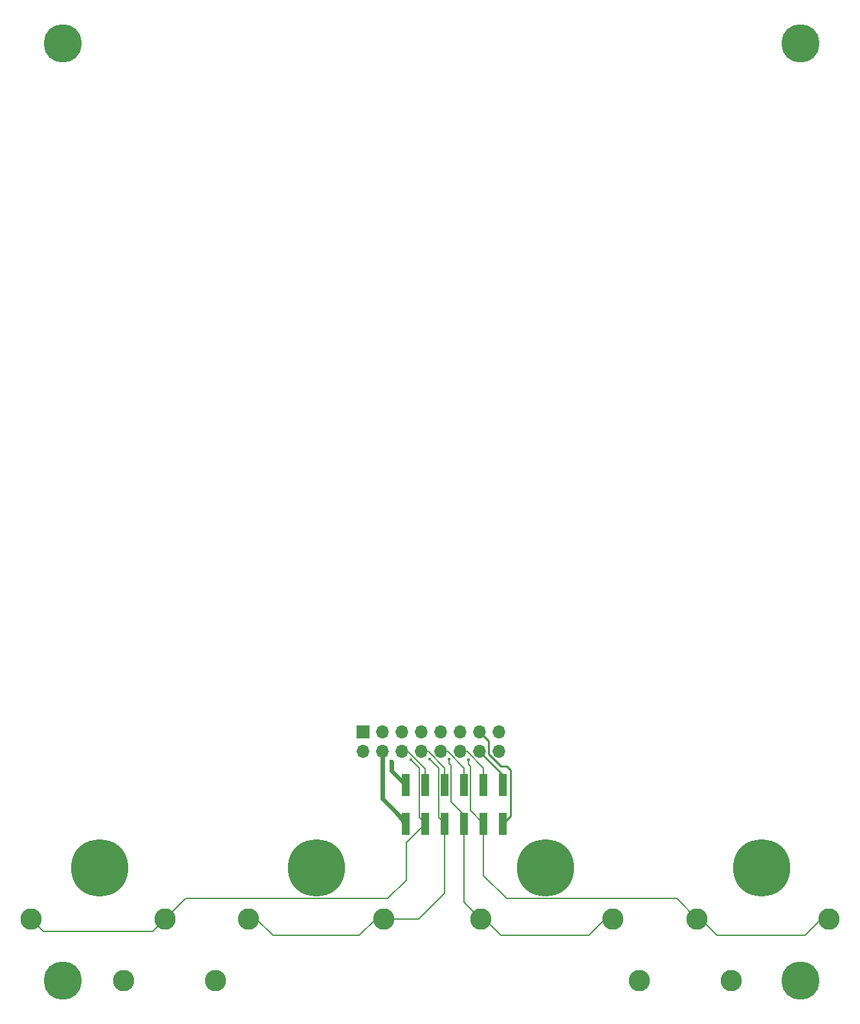
<source format=gbr>
G04 #@! TF.GenerationSoftware,KiCad,Pcbnew,8.0.8*
G04 #@! TF.CreationDate,2025-07-22T13:56:33-07:00*
G04 #@! TF.ProjectId,PBJ_EU,50424a5f-4555-42e6-9b69-6361645f7063,10.4*
G04 #@! TF.SameCoordinates,Original*
G04 #@! TF.FileFunction,Copper,L2,Bot*
G04 #@! TF.FilePolarity,Positive*
%FSLAX46Y46*%
G04 Gerber Fmt 4.6, Leading zero omitted, Abs format (unit mm)*
G04 Created by KiCad (PCBNEW 8.0.8) date 2025-07-22 13:56:33*
%MOMM*%
%LPD*%
G01*
G04 APERTURE LIST*
G04 #@! TA.AperFunction,ComponentPad*
%ADD10C,5.000000*%
G04 #@! TD*
G04 #@! TA.AperFunction,ComponentPad*
%ADD11C,2.800000*%
G04 #@! TD*
G04 #@! TA.AperFunction,ComponentPad*
%ADD12C,7.500000*%
G04 #@! TD*
G04 #@! TA.AperFunction,ComponentPad*
%ADD13R,1.700000X1.700000*%
G04 #@! TD*
G04 #@! TA.AperFunction,ComponentPad*
%ADD14O,1.700000X1.700000*%
G04 #@! TD*
G04 #@! TA.AperFunction,SMDPad,CuDef*
%ADD15R,1.000000X3.000000*%
G04 #@! TD*
G04 #@! TA.AperFunction,ViaPad*
%ADD16C,0.400000*%
G04 #@! TD*
G04 #@! TA.AperFunction,ViaPad*
%ADD17C,0.600000*%
G04 #@! TD*
G04 #@! TA.AperFunction,Conductor*
%ADD18C,0.200000*%
G04 #@! TD*
G04 #@! TA.AperFunction,Conductor*
%ADD19C,0.600000*%
G04 #@! TD*
G04 #@! TA.AperFunction,Conductor*
%ADD20C,0.250000*%
G04 #@! TD*
G04 APERTURE END LIST*
D10*
X47500000Y-155500000D03*
X144020000Y-155500000D03*
X144020000Y-33000000D03*
X47500000Y-33000000D03*
D11*
X60950000Y-147450000D03*
X119500000Y-147450000D03*
X130500000Y-147450000D03*
X147800000Y-147450000D03*
X43400000Y-147450000D03*
X102200000Y-147450000D03*
D12*
X52400000Y-140750000D03*
X139000000Y-140750000D03*
X110700000Y-140750000D03*
D13*
X86800000Y-123000000D03*
D14*
X86800000Y-125540000D03*
X89340000Y-123000000D03*
X89340000Y-125540000D03*
X91880000Y-123000000D03*
X91880000Y-125540000D03*
X94420000Y-123000000D03*
X94420000Y-125540000D03*
X96960000Y-123000000D03*
X96960000Y-125540000D03*
X99500000Y-123000000D03*
X99500000Y-125540000D03*
X102040000Y-123000000D03*
X102040000Y-125540000D03*
X104580000Y-123000000D03*
X104580000Y-125540000D03*
D11*
X123000000Y-155500000D03*
X135000000Y-155500000D03*
D12*
X80700000Y-140750000D03*
D11*
X55500000Y-155500000D03*
X89500000Y-147450000D03*
X67500000Y-155500000D03*
X71870000Y-147450000D03*
D15*
X92440000Y-134990000D03*
X92440000Y-129950000D03*
X94980000Y-134990000D03*
X94980000Y-129950000D03*
X97520000Y-134990000D03*
X97520000Y-129950000D03*
X100060000Y-134990000D03*
X100060000Y-129950000D03*
X102600000Y-134990000D03*
X102600000Y-129950000D03*
X105140000Y-134990000D03*
X105140000Y-129950000D03*
D16*
X93050000Y-126610000D03*
X95570000Y-126600000D03*
X98110000Y-126600000D03*
X100650000Y-126610000D03*
D17*
X90570000Y-126890000D03*
D18*
X45010000Y-149060000D02*
X59340000Y-149060000D01*
X93050000Y-126610000D02*
X94180000Y-127740000D01*
X92470000Y-137500000D02*
X92470000Y-142370000D01*
X90040000Y-144800000D02*
X63600000Y-144800000D01*
X92470000Y-137500000D02*
X94980000Y-134990000D01*
X43400000Y-147450000D02*
X45010000Y-149060000D01*
X59340000Y-149060000D02*
X60950000Y-147450000D01*
X63600000Y-144800000D02*
X60950000Y-147450000D01*
X94180000Y-127740000D02*
X94180000Y-134190000D01*
X94180000Y-134190000D02*
X94980000Y-134990000D01*
X92470000Y-142370000D02*
X90040000Y-144800000D01*
X75026000Y-149606000D02*
X86344000Y-149606000D01*
X97520000Y-134990000D02*
X97520000Y-144056777D01*
X72870000Y-147450000D02*
X75026000Y-149606000D01*
X94126777Y-147450000D02*
X89500000Y-147450000D01*
X95570000Y-126600000D02*
X96720000Y-127750000D01*
X97520000Y-144056777D02*
X94126777Y-147450000D01*
X86344000Y-149606000D02*
X88500000Y-147450000D01*
X96720000Y-127750000D02*
X96720000Y-134190000D01*
X96720000Y-134190000D02*
X97520000Y-134990000D01*
X98110000Y-127150000D02*
X98110000Y-126665686D01*
X104856000Y-149606000D02*
X116344000Y-149606000D01*
X98320000Y-132110000D02*
X100060000Y-133850000D01*
X100060000Y-145310000D02*
X102200000Y-147450000D01*
X116344000Y-149606000D02*
X118500000Y-147450000D01*
X102700000Y-147450000D02*
X104856000Y-149606000D01*
X98320000Y-127360000D02*
X98320000Y-132110000D01*
X100060000Y-133740000D02*
X100060000Y-145310000D01*
X98110000Y-126665686D02*
X98077157Y-126632843D01*
X98110000Y-127150000D02*
X98320000Y-127360000D01*
X100060000Y-133850000D02*
X100060000Y-134990000D01*
X105640000Y-144800000D02*
X127850000Y-144800000D01*
X100640000Y-127250000D02*
X100860000Y-127470000D01*
X100650000Y-126610000D02*
X100640000Y-127250000D01*
X133156000Y-149606000D02*
X144644000Y-149606000D01*
X127850000Y-144800000D02*
X130500000Y-147450000D01*
X100860000Y-133250000D02*
X102600000Y-134990000D01*
X102600000Y-141760000D02*
X105640000Y-144800000D01*
X100860000Y-127470000D02*
X100860000Y-133250000D01*
X131000000Y-147450000D02*
X133156000Y-149606000D01*
X102600000Y-134990000D02*
X102600000Y-141760000D01*
X144644000Y-149606000D02*
X146800000Y-147450000D01*
D19*
X89340000Y-131758000D02*
X91186000Y-133604000D01*
X91186000Y-133604000D02*
X92440000Y-134990000D01*
X89340000Y-125540000D02*
X89340000Y-131758000D01*
X90570000Y-126890000D02*
X90570000Y-128080000D01*
X90570000Y-128080000D02*
X92440000Y-129950000D01*
D18*
X91880000Y-125540000D02*
X92687107Y-125540000D01*
X92687107Y-125540000D02*
X94980000Y-127832893D01*
X94980000Y-127832893D02*
X94980000Y-129950000D01*
X95333654Y-125540000D02*
X97520000Y-127726346D01*
X97520000Y-127726346D02*
X97520000Y-129950000D01*
X94420000Y-125540000D02*
X95333654Y-125540000D01*
X100060000Y-128640000D02*
X100060000Y-128700000D01*
X100060000Y-127726346D02*
X100060000Y-129950000D01*
X96960000Y-125540000D02*
X97873654Y-125540000D01*
X97873654Y-125540000D02*
X100060000Y-127726346D01*
X100413654Y-125540000D02*
X102600000Y-127726346D01*
X99500000Y-125540000D02*
X100413654Y-125540000D01*
X102600000Y-127726346D02*
X102600000Y-129950000D01*
D20*
X103215000Y-124175000D02*
X103215000Y-125875000D01*
X106130000Y-128010000D02*
X106130000Y-134000000D01*
X103215000Y-125875000D02*
X104850000Y-127510000D01*
X102040000Y-123000000D02*
X103215000Y-124175000D01*
X105630000Y-127510000D02*
X106130000Y-128010000D01*
X104850000Y-127510000D02*
X105630000Y-127510000D01*
X106130000Y-134000000D02*
X105140000Y-134990000D01*
D18*
X105140000Y-128640000D02*
X105140000Y-128700000D01*
D20*
X102040000Y-125540000D02*
X105140000Y-128640000D01*
M02*

</source>
